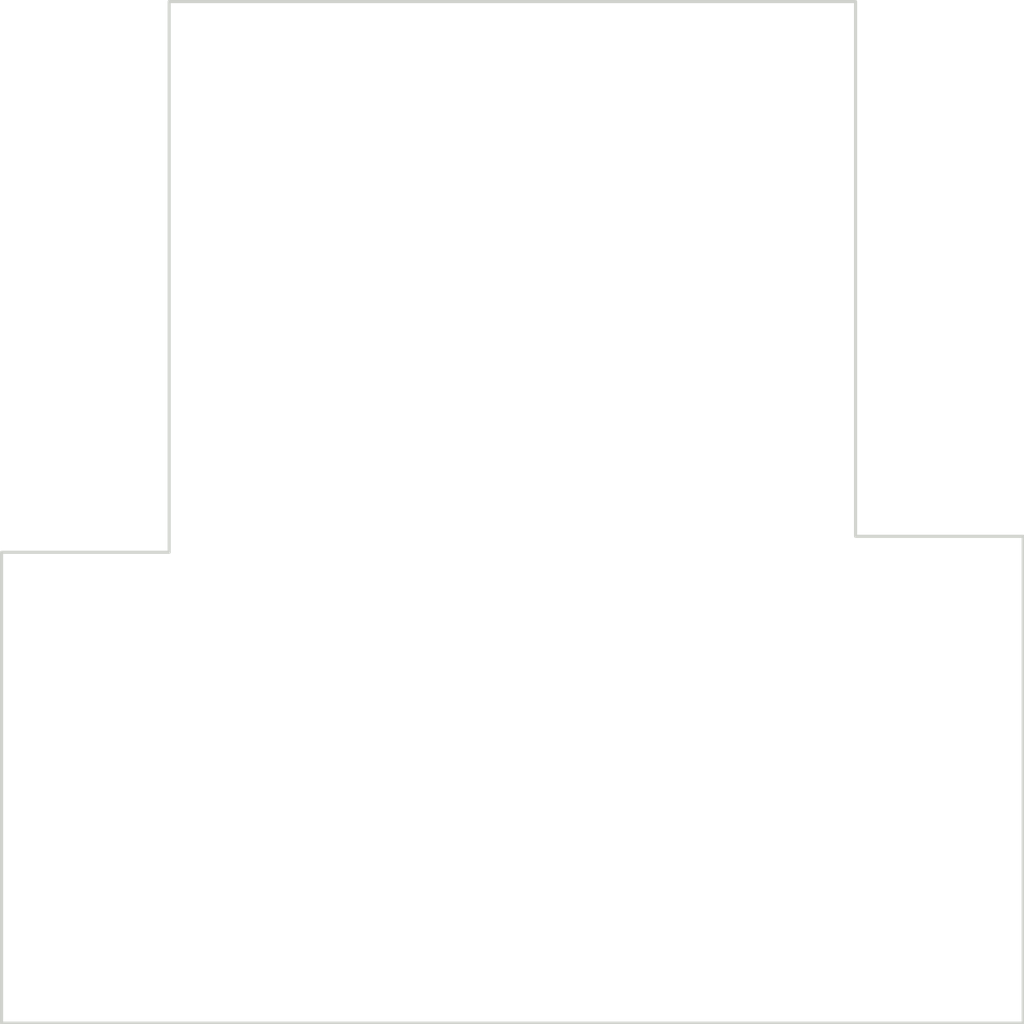
<source format=kicad_pcb>
(kicad_pcb
	(version 20240108)
	(generator "pcbnew")
	(generator_version "8.0")
	(general
		(thickness 1.6)
		(legacy_teardrops no)
	)
	(paper "A4")
	(layers
		(0 "F.Cu" signal)
		(31 "B.Cu" signal)
		(32 "B.Adhes" user "B.Adhesive")
		(33 "F.Adhes" user "F.Adhesive")
		(34 "B.Paste" user)
		(35 "F.Paste" user)
		(36 "B.SilkS" user "B.Silkscreen")
		(37 "F.SilkS" user "F.Silkscreen")
		(38 "B.Mask" user)
		(39 "F.Mask" user)
		(40 "Dwgs.User" user "User.Drawings")
		(41 "Cmts.User" user "User.Comments")
		(42 "Eco1.User" user "User.Eco1")
		(43 "Eco2.User" user "User.Eco2")
		(44 "Edge.Cuts" user)
		(45 "Margin" user)
		(46 "B.CrtYd" user "B.Courtyard")
		(47 "F.CrtYd" user "F.Courtyard")
		(48 "B.Fab" user)
		(49 "F.Fab" user)
		(50 "User.1" user)
		(51 "User.2" user)
		(52 "User.3" user)
		(53 "User.4" user)
		(54 "User.5" user)
		(55 "User.6" user)
		(56 "User.7" user)
		(57 "User.8" user)
		(58 "User.9" user)
	)
	(setup
		(stackup
			(layer "F.SilkS"
				(type "Top Silk Screen")
			)
			(layer "F.Paste"
				(type "Top Solder Paste")
			)
			(layer "F.Mask"
				(type "Top Solder Mask")
				(thickness 0.01)
			)
			(layer "F.Cu"
				(type "copper")
				(thickness 0.035)
			)
			(layer "dielectric 1"
				(type "core")
				(thickness 1.51)
				(material "FR4")
				(epsilon_r 4.5)
				(loss_tangent 0.02)
			)
			(layer "B.Cu"
				(type "copper")
				(thickness 0.035)
			)
			(layer "B.Mask"
				(type "Bottom Solder Mask")
				(thickness 0.01)
			)
			(layer "B.Paste"
				(type "Bottom Solder Paste")
			)
			(layer "B.SilkS"
				(type "Bottom Silk Screen")
			)
			(copper_finish "None")
			(dielectric_constraints no)
		)
		(pad_to_mask_clearance 0)
		(allow_soldermask_bridges_in_footprints no)
		(pcbplotparams
			(layerselection 0x00010fc_ffffffff)
			(plot_on_all_layers_selection 0x0000000_00000000)
			(disableapertmacros no)
			(usegerberextensions no)
			(usegerberattributes yes)
			(usegerberadvancedattributes yes)
			(creategerberjobfile yes)
			(dashed_line_dash_ratio 12.000000)
			(dashed_line_gap_ratio 3.000000)
			(svgprecision 4)
			(plotframeref no)
			(viasonmask no)
			(mode 1)
			(useauxorigin no)
			(hpglpennumber 1)
			(hpglpenspeed 20)
			(hpglpendiameter 15.000000)
			(pdf_front_fp_property_popups yes)
			(pdf_back_fp_property_popups yes)
			(dxfpolygonmode yes)
			(dxfimperialunits yes)
			(dxfusepcbnewfont yes)
			(psnegative no)
			(psa4output no)
			(plotreference yes)
			(plotvalue yes)
			(plotfptext yes)
			(plotinvisibletext no)
			(sketchpadsonfab no)
			(subtractmaskfromsilk no)
			(outputformat 1)
			(mirror no)
			(drillshape 1)
			(scaleselection 1)
			(outputdirectory "")
		)
	)
	(net 0 "")
	(gr_poly
		(pts
			(xy 138.684 40.894) (xy 160.528 40.894) (xy 160.528 57.912) (xy 165.862 57.912) (xy 165.862 73.406)
			(xy 133.35 73.406) (xy 133.35 58.42) (xy 138.684 58.42)
		)
		(stroke
			(width 0.1)
			(type solid)
		)
		(fill none)
		(layer "Edge.Cuts")
		(uuid "45ebf998-9c41-468e-bb57-7ca51e46a586")
	)
	(zone
		(net 0)
		(net_name "")
		(layer "Edge.Cuts")
		(uuid "3b04ed50-3f95-4da9-9e69-73d2fa9100de")
		(hatch edge 0.5)
		(connect_pads
			(clearance 0.5)
		)
		(min_thickness 0.25)
		(filled_areas_thickness no)
		(fill
			(thermal_gap 0.5)
			(thermal_bridge_width 0.5)
		)
		(polygon
			(pts
				(xy 138.684 40.894) (xy 160.528 40.894) (xy 160.528 57.912) (xy 165.862 57.912) (xy 165.862 73.406)
				(xy 133.35 73.406) (xy 133.35 58.42) (xy 138.684 58.42)
			)
		)
	)
)
</source>
